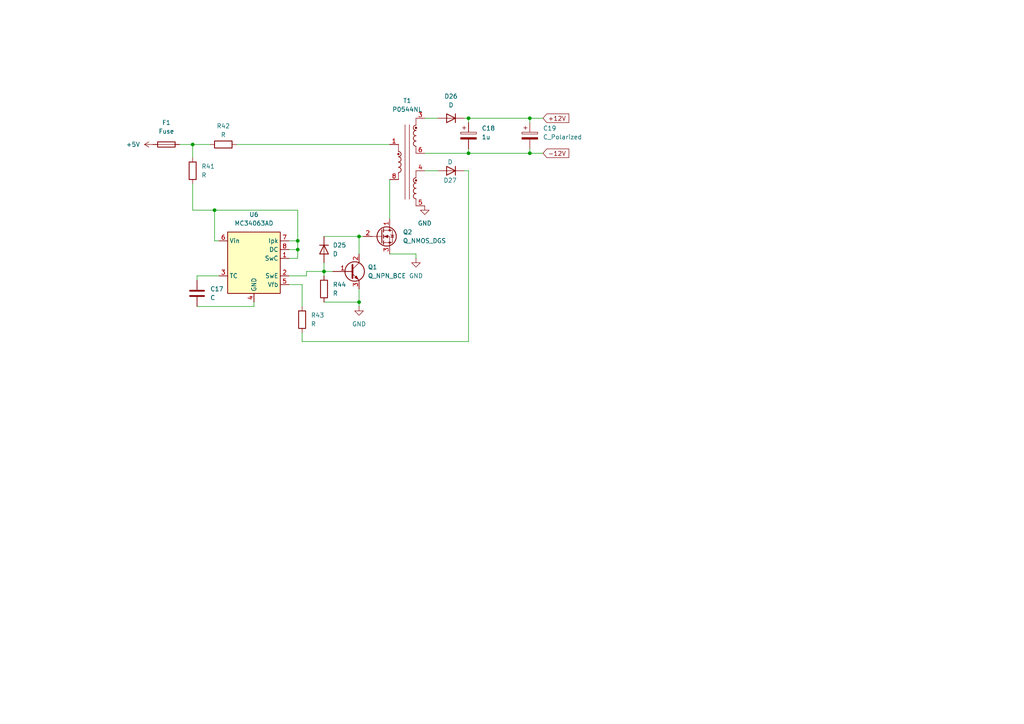
<source format=kicad_sch>
(kicad_sch
	(version 20231120)
	(generator "eeschema")
	(generator_version "8.0")
	(uuid "5610ccc9-36e4-48b1-82bb-6c9508cd41f3")
	(paper "A4")
	(lib_symbols
		(symbol "Device:C"
			(pin_numbers hide)
			(pin_names
				(offset 0.254)
			)
			(exclude_from_sim no)
			(in_bom yes)
			(on_board yes)
			(property "Reference" "C"
				(at 0.635 2.54 0)
				(effects
					(font
						(size 1.27 1.27)
					)
					(justify left)
				)
			)
			(property "Value" "C"
				(at 0.635 -2.54 0)
				(effects
					(font
						(size 1.27 1.27)
					)
					(justify left)
				)
			)
			(property "Footprint" ""
				(at 0.9652 -3.81 0)
				(effects
					(font
						(size 1.27 1.27)
					)
					(hide yes)
				)
			)
			(property "Datasheet" "~"
				(at 0 0 0)
				(effects
					(font
						(size 1.27 1.27)
					)
					(hide yes)
				)
			)
			(property "Description" "Unpolarized capacitor"
				(at 0 0 0)
				(effects
					(font
						(size 1.27 1.27)
					)
					(hide yes)
				)
			)
			(property "ki_keywords" "cap capacitor"
				(at 0 0 0)
				(effects
					(font
						(size 1.27 1.27)
					)
					(hide yes)
				)
			)
			(property "ki_fp_filters" "C_*"
				(at 0 0 0)
				(effects
					(font
						(size 1.27 1.27)
					)
					(hide yes)
				)
			)
			(symbol "C_0_1"
				(polyline
					(pts
						(xy -2.032 -0.762) (xy 2.032 -0.762)
					)
					(stroke
						(width 0.508)
						(type default)
					)
					(fill
						(type none)
					)
				)
				(polyline
					(pts
						(xy -2.032 0.762) (xy 2.032 0.762)
					)
					(stroke
						(width 0.508)
						(type default)
					)
					(fill
						(type none)
					)
				)
			)
			(symbol "C_1_1"
				(pin passive line
					(at 0 3.81 270)
					(length 2.794)
					(name "~"
						(effects
							(font
								(size 1.27 1.27)
							)
						)
					)
					(number "1"
						(effects
							(font
								(size 1.27 1.27)
							)
						)
					)
				)
				(pin passive line
					(at 0 -3.81 90)
					(length 2.794)
					(name "~"
						(effects
							(font
								(size 1.27 1.27)
							)
						)
					)
					(number "2"
						(effects
							(font
								(size 1.27 1.27)
							)
						)
					)
				)
			)
		)
		(symbol "Device:C_Polarized"
			(pin_numbers hide)
			(pin_names
				(offset 0.254)
			)
			(exclude_from_sim no)
			(in_bom yes)
			(on_board yes)
			(property "Reference" "C"
				(at 0.635 2.54 0)
				(effects
					(font
						(size 1.27 1.27)
					)
					(justify left)
				)
			)
			(property "Value" "C_Polarized"
				(at 0.635 -2.54 0)
				(effects
					(font
						(size 1.27 1.27)
					)
					(justify left)
				)
			)
			(property "Footprint" ""
				(at 0.9652 -3.81 0)
				(effects
					(font
						(size 1.27 1.27)
					)
					(hide yes)
				)
			)
			(property "Datasheet" "~"
				(at 0 0 0)
				(effects
					(font
						(size 1.27 1.27)
					)
					(hide yes)
				)
			)
			(property "Description" "Polarized capacitor"
				(at 0 0 0)
				(effects
					(font
						(size 1.27 1.27)
					)
					(hide yes)
				)
			)
			(property "ki_keywords" "cap capacitor"
				(at 0 0 0)
				(effects
					(font
						(size 1.27 1.27)
					)
					(hide yes)
				)
			)
			(property "ki_fp_filters" "CP_*"
				(at 0 0 0)
				(effects
					(font
						(size 1.27 1.27)
					)
					(hide yes)
				)
			)
			(symbol "C_Polarized_0_1"
				(rectangle
					(start -2.286 0.508)
					(end 2.286 1.016)
					(stroke
						(width 0)
						(type default)
					)
					(fill
						(type none)
					)
				)
				(polyline
					(pts
						(xy -1.778 2.286) (xy -0.762 2.286)
					)
					(stroke
						(width 0)
						(type default)
					)
					(fill
						(type none)
					)
				)
				(polyline
					(pts
						(xy -1.27 2.794) (xy -1.27 1.778)
					)
					(stroke
						(width 0)
						(type default)
					)
					(fill
						(type none)
					)
				)
				(rectangle
					(start 2.286 -0.508)
					(end -2.286 -1.016)
					(stroke
						(width 0)
						(type default)
					)
					(fill
						(type outline)
					)
				)
			)
			(symbol "C_Polarized_1_1"
				(pin passive line
					(at 0 3.81 270)
					(length 2.794)
					(name "~"
						(effects
							(font
								(size 1.27 1.27)
							)
						)
					)
					(number "1"
						(effects
							(font
								(size 1.27 1.27)
							)
						)
					)
				)
				(pin passive line
					(at 0 -3.81 90)
					(length 2.794)
					(name "~"
						(effects
							(font
								(size 1.27 1.27)
							)
						)
					)
					(number "2"
						(effects
							(font
								(size 1.27 1.27)
							)
						)
					)
				)
			)
		)
		(symbol "Device:D"
			(pin_numbers hide)
			(pin_names
				(offset 1.016) hide)
			(exclude_from_sim no)
			(in_bom yes)
			(on_board yes)
			(property "Reference" "D"
				(at 0 2.54 0)
				(effects
					(font
						(size 1.27 1.27)
					)
				)
			)
			(property "Value" "D"
				(at 0 -2.54 0)
				(effects
					(font
						(size 1.27 1.27)
					)
				)
			)
			(property "Footprint" ""
				(at 0 0 0)
				(effects
					(font
						(size 1.27 1.27)
					)
					(hide yes)
				)
			)
			(property "Datasheet" "~"
				(at 0 0 0)
				(effects
					(font
						(size 1.27 1.27)
					)
					(hide yes)
				)
			)
			(property "Description" "Diode"
				(at 0 0 0)
				(effects
					(font
						(size 1.27 1.27)
					)
					(hide yes)
				)
			)
			(property "Sim.Device" "D"
				(at 0 0 0)
				(effects
					(font
						(size 1.27 1.27)
					)
					(hide yes)
				)
			)
			(property "Sim.Pins" "1=K 2=A"
				(at 0 0 0)
				(effects
					(font
						(size 1.27 1.27)
					)
					(hide yes)
				)
			)
			(property "ki_keywords" "diode"
				(at 0 0 0)
				(effects
					(font
						(size 1.27 1.27)
					)
					(hide yes)
				)
			)
			(property "ki_fp_filters" "TO-???* *_Diode_* *SingleDiode* D_*"
				(at 0 0 0)
				(effects
					(font
						(size 1.27 1.27)
					)
					(hide yes)
				)
			)
			(symbol "D_0_1"
				(polyline
					(pts
						(xy -1.27 1.27) (xy -1.27 -1.27)
					)
					(stroke
						(width 0.254)
						(type default)
					)
					(fill
						(type none)
					)
				)
				(polyline
					(pts
						(xy 1.27 0) (xy -1.27 0)
					)
					(stroke
						(width 0)
						(type default)
					)
					(fill
						(type none)
					)
				)
				(polyline
					(pts
						(xy 1.27 1.27) (xy 1.27 -1.27) (xy -1.27 0) (xy 1.27 1.27)
					)
					(stroke
						(width 0.254)
						(type default)
					)
					(fill
						(type none)
					)
				)
			)
			(symbol "D_1_1"
				(pin passive line
					(at -3.81 0 0)
					(length 2.54)
					(name "K"
						(effects
							(font
								(size 1.27 1.27)
							)
						)
					)
					(number "1"
						(effects
							(font
								(size 1.27 1.27)
							)
						)
					)
				)
				(pin passive line
					(at 3.81 0 180)
					(length 2.54)
					(name "A"
						(effects
							(font
								(size 1.27 1.27)
							)
						)
					)
					(number "2"
						(effects
							(font
								(size 1.27 1.27)
							)
						)
					)
				)
			)
		)
		(symbol "Device:Fuse"
			(pin_numbers hide)
			(pin_names
				(offset 0)
			)
			(exclude_from_sim no)
			(in_bom yes)
			(on_board yes)
			(property "Reference" "F"
				(at 2.032 0 90)
				(effects
					(font
						(size 1.27 1.27)
					)
				)
			)
			(property "Value" "Fuse"
				(at -1.905 0 90)
				(effects
					(font
						(size 1.27 1.27)
					)
				)
			)
			(property "Footprint" ""
				(at -1.778 0 90)
				(effects
					(font
						(size 1.27 1.27)
					)
					(hide yes)
				)
			)
			(property "Datasheet" "~"
				(at 0 0 0)
				(effects
					(font
						(size 1.27 1.27)
					)
					(hide yes)
				)
			)
			(property "Description" "Fuse"
				(at 0 0 0)
				(effects
					(font
						(size 1.27 1.27)
					)
					(hide yes)
				)
			)
			(property "ki_keywords" "fuse"
				(at 0 0 0)
				(effects
					(font
						(size 1.27 1.27)
					)
					(hide yes)
				)
			)
			(property "ki_fp_filters" "*Fuse*"
				(at 0 0 0)
				(effects
					(font
						(size 1.27 1.27)
					)
					(hide yes)
				)
			)
			(symbol "Fuse_0_1"
				(rectangle
					(start -0.762 -2.54)
					(end 0.762 2.54)
					(stroke
						(width 0.254)
						(type default)
					)
					(fill
						(type none)
					)
				)
				(polyline
					(pts
						(xy 0 2.54) (xy 0 -2.54)
					)
					(stroke
						(width 0)
						(type default)
					)
					(fill
						(type none)
					)
				)
			)
			(symbol "Fuse_1_1"
				(pin passive line
					(at 0 3.81 270)
					(length 1.27)
					(name "~"
						(effects
							(font
								(size 1.27 1.27)
							)
						)
					)
					(number "1"
						(effects
							(font
								(size 1.27 1.27)
							)
						)
					)
				)
				(pin passive line
					(at 0 -3.81 90)
					(length 1.27)
					(name "~"
						(effects
							(font
								(size 1.27 1.27)
							)
						)
					)
					(number "2"
						(effects
							(font
								(size 1.27 1.27)
							)
						)
					)
				)
			)
		)
		(symbol "Device:Q_NMOS_DGS"
			(pin_names
				(offset 0) hide)
			(exclude_from_sim no)
			(in_bom yes)
			(on_board yes)
			(property "Reference" "Q"
				(at 5.08 1.27 0)
				(effects
					(font
						(size 1.27 1.27)
					)
					(justify left)
				)
			)
			(property "Value" "Q_NMOS_DGS"
				(at 5.08 -1.27 0)
				(effects
					(font
						(size 1.27 1.27)
					)
					(justify left)
				)
			)
			(property "Footprint" ""
				(at 5.08 2.54 0)
				(effects
					(font
						(size 1.27 1.27)
					)
					(hide yes)
				)
			)
			(property "Datasheet" "~"
				(at 0 0 0)
				(effects
					(font
						(size 1.27 1.27)
					)
					(hide yes)
				)
			)
			(property "Description" "N-MOSFET transistor, drain/gate/source"
				(at 0 0 0)
				(effects
					(font
						(size 1.27 1.27)
					)
					(hide yes)
				)
			)
			(property "ki_keywords" "transistor NMOS N-MOS N-MOSFET"
				(at 0 0 0)
				(effects
					(font
						(size 1.27 1.27)
					)
					(hide yes)
				)
			)
			(symbol "Q_NMOS_DGS_0_1"
				(polyline
					(pts
						(xy 0.254 0) (xy -2.54 0)
					)
					(stroke
						(width 0)
						(type default)
					)
					(fill
						(type none)
					)
				)
				(polyline
					(pts
						(xy 0.254 1.905) (xy 0.254 -1.905)
					)
					(stroke
						(width 0.254)
						(type default)
					)
					(fill
						(type none)
					)
				)
				(polyline
					(pts
						(xy 0.762 -1.27) (xy 0.762 -2.286)
					)
					(stroke
						(width 0.254)
						(type default)
					)
					(fill
						(type none)
					)
				)
				(polyline
					(pts
						(xy 0.762 0.508) (xy 0.762 -0.508)
					)
					(stroke
						(width 0.254)
						(type default)
					)
					(fill
						(type none)
					)
				)
				(polyline
					(pts
						(xy 0.762 2.286) (xy 0.762 1.27)
					)
					(stroke
						(width 0.254)
						(type default)
					)
					(fill
						(type none)
					)
				)
				(polyline
					(pts
						(xy 2.54 2.54) (xy 2.54 1.778)
					)
					(stroke
						(width 0)
						(type default)
					)
					(fill
						(type none)
					)
				)
				(polyline
					(pts
						(xy 2.54 -2.54) (xy 2.54 0) (xy 0.762 0)
					)
					(stroke
						(width 0)
						(type default)
					)
					(fill
						(type none)
					)
				)
				(polyline
					(pts
						(xy 0.762 -1.778) (xy 3.302 -1.778) (xy 3.302 1.778) (xy 0.762 1.778)
					)
					(stroke
						(width 0)
						(type default)
					)
					(fill
						(type none)
					)
				)
				(polyline
					(pts
						(xy 1.016 0) (xy 2.032 0.381) (xy 2.032 -0.381) (xy 1.016 0)
					)
					(stroke
						(width 0)
						(type default)
					)
					(fill
						(type outline)
					)
				)
				(polyline
					(pts
						(xy 2.794 0.508) (xy 2.921 0.381) (xy 3.683 0.381) (xy 3.81 0.254)
					)
					(stroke
						(width 0)
						(type default)
					)
					(fill
						(type none)
					)
				)
				(polyline
					(pts
						(xy 3.302 0.381) (xy 2.921 -0.254) (xy 3.683 -0.254) (xy 3.302 0.381)
					)
					(stroke
						(width 0)
						(type default)
					)
					(fill
						(type none)
					)
				)
				(circle
					(center 1.651 0)
					(radius 2.794)
					(stroke
						(width 0.254)
						(type default)
					)
					(fill
						(type none)
					)
				)
				(circle
					(center 2.54 -1.778)
					(radius 0.254)
					(stroke
						(width 0)
						(type default)
					)
					(fill
						(type outline)
					)
				)
				(circle
					(center 2.54 1.778)
					(radius 0.254)
					(stroke
						(width 0)
						(type default)
					)
					(fill
						(type outline)
					)
				)
			)
			(symbol "Q_NMOS_DGS_1_1"
				(pin passive line
					(at 2.54 5.08 270)
					(length 2.54)
					(name "D"
						(effects
							(font
								(size 1.27 1.27)
							)
						)
					)
					(number "1"
						(effects
							(font
								(size 1.27 1.27)
							)
						)
					)
				)
				(pin input line
					(at -5.08 0 0)
					(length 2.54)
					(name "G"
						(effects
							(font
								(size 1.27 1.27)
							)
						)
					)
					(number "2"
						(effects
							(font
								(size 1.27 1.27)
							)
						)
					)
				)
				(pin passive line
					(at 2.54 -5.08 90)
					(length 2.54)
					(name "S"
						(effects
							(font
								(size 1.27 1.27)
							)
						)
					)
					(number "3"
						(effects
							(font
								(size 1.27 1.27)
							)
						)
					)
				)
			)
		)
		(symbol "Device:Q_NPN_BCE"
			(pin_names
				(offset 0) hide)
			(exclude_from_sim no)
			(in_bom yes)
			(on_board yes)
			(property "Reference" "Q"
				(at 5.08 1.27 0)
				(effects
					(font
						(size 1.27 1.27)
					)
					(justify left)
				)
			)
			(property "Value" "Q_NPN_BCE"
				(at 5.08 -1.27 0)
				(effects
					(font
						(size 1.27 1.27)
					)
					(justify left)
				)
			)
			(property "Footprint" ""
				(at 5.08 2.54 0)
				(effects
					(font
						(size 1.27 1.27)
					)
					(hide yes)
				)
			)
			(property "Datasheet" "~"
				(at 0 0 0)
				(effects
					(font
						(size 1.27 1.27)
					)
					(hide yes)
				)
			)
			(property "Description" "NPN transistor, base/collector/emitter"
				(at 0 0 0)
				(effects
					(font
						(size 1.27 1.27)
					)
					(hide yes)
				)
			)
			(property "ki_keywords" "transistor NPN"
				(at 0 0 0)
				(effects
					(font
						(size 1.27 1.27)
					)
					(hide yes)
				)
			)
			(symbol "Q_NPN_BCE_0_1"
				(polyline
					(pts
						(xy 0.635 0.635) (xy 2.54 2.54)
					)
					(stroke
						(width 0)
						(type default)
					)
					(fill
						(type none)
					)
				)
				(polyline
					(pts
						(xy 0.635 -0.635) (xy 2.54 -2.54) (xy 2.54 -2.54)
					)
					(stroke
						(width 0)
						(type default)
					)
					(fill
						(type none)
					)
				)
				(polyline
					(pts
						(xy 0.635 1.905) (xy 0.635 -1.905) (xy 0.635 -1.905)
					)
					(stroke
						(width 0.508)
						(type default)
					)
					(fill
						(type none)
					)
				)
				(polyline
					(pts
						(xy 1.27 -1.778) (xy 1.778 -1.27) (xy 2.286 -2.286) (xy 1.27 -1.778) (xy 1.27 -1.778)
					)
					(stroke
						(width 0)
						(type default)
					)
					(fill
						(type outline)
					)
				)
				(circle
					(center 1.27 0)
					(radius 2.8194)
					(stroke
						(width 0.254)
						(type default)
					)
					(fill
						(type none)
					)
				)
			)
			(symbol "Q_NPN_BCE_1_1"
				(pin input line
					(at -5.08 0 0)
					(length 5.715)
					(name "B"
						(effects
							(font
								(size 1.27 1.27)
							)
						)
					)
					(number "1"
						(effects
							(font
								(size 1.27 1.27)
							)
						)
					)
				)
				(pin passive line
					(at 2.54 5.08 270)
					(length 2.54)
					(name "C"
						(effects
							(font
								(size 1.27 1.27)
							)
						)
					)
					(number "2"
						(effects
							(font
								(size 1.27 1.27)
							)
						)
					)
				)
				(pin passive line
					(at 2.54 -5.08 90)
					(length 2.54)
					(name "E"
						(effects
							(font
								(size 1.27 1.27)
							)
						)
					)
					(number "3"
						(effects
							(font
								(size 1.27 1.27)
							)
						)
					)
				)
			)
		)
		(symbol "Device:R"
			(pin_numbers hide)
			(pin_names
				(offset 0)
			)
			(exclude_from_sim no)
			(in_bom yes)
			(on_board yes)
			(property "Reference" "R"
				(at 2.032 0 90)
				(effects
					(font
						(size 1.27 1.27)
					)
				)
			)
			(property "Value" "R"
				(at 0 0 90)
				(effects
					(font
						(size 1.27 1.27)
					)
				)
			)
			(property "Footprint" ""
				(at -1.778 0 90)
				(effects
					(font
						(size 1.27 1.27)
					)
					(hide yes)
				)
			)
			(property "Datasheet" "~"
				(at 0 0 0)
				(effects
					(font
						(size 1.27 1.27)
					)
					(hide yes)
				)
			)
			(property "Description" "Resistor"
				(at 0 0 0)
				(effects
					(font
						(size 1.27 1.27)
					)
					(hide yes)
				)
			)
			(property "ki_keywords" "R res resistor"
				(at 0 0 0)
				(effects
					(font
						(size 1.27 1.27)
					)
					(hide yes)
				)
			)
			(property "ki_fp_filters" "R_*"
				(at 0 0 0)
				(effects
					(font
						(size 1.27 1.27)
					)
					(hide yes)
				)
			)
			(symbol "R_0_1"
				(rectangle
					(start -1.016 -2.54)
					(end 1.016 2.54)
					(stroke
						(width 0.254)
						(type default)
					)
					(fill
						(type none)
					)
				)
			)
			(symbol "R_1_1"
				(pin passive line
					(at 0 3.81 270)
					(length 1.27)
					(name "~"
						(effects
							(font
								(size 1.27 1.27)
							)
						)
					)
					(number "1"
						(effects
							(font
								(size 1.27 1.27)
							)
						)
					)
				)
				(pin passive line
					(at 0 -3.81 90)
					(length 1.27)
					(name "~"
						(effects
							(font
								(size 1.27 1.27)
							)
						)
					)
					(number "2"
						(effects
							(font
								(size 1.27 1.27)
							)
						)
					)
				)
			)
		)
		(symbol "Regulator_Switching:MC34063AD"
			(exclude_from_sim no)
			(in_bom yes)
			(on_board yes)
			(property "Reference" "U"
				(at -7.62 8.89 0)
				(effects
					(font
						(size 1.27 1.27)
					)
					(justify left)
				)
			)
			(property "Value" "MC34063AD"
				(at 0 8.89 0)
				(effects
					(font
						(size 1.27 1.27)
					)
					(justify left)
				)
			)
			(property "Footprint" "Package_SO:SOIC-8_3.9x4.9mm_P1.27mm"
				(at 1.27 -11.43 0)
				(effects
					(font
						(size 1.27 1.27)
					)
					(justify left)
					(hide yes)
				)
			)
			(property "Datasheet" "http://www.onsemi.com/pub_link/Collateral/MC34063A-D.PDF"
				(at 12.7 -2.54 0)
				(effects
					(font
						(size 1.27 1.27)
					)
					(hide yes)
				)
			)
			(property "Description" "1.5A, step-up/down/inverting switching regulator, 3-40V Vin, 100kHz, SO-8"
				(at 0 0 0)
				(effects
					(font
						(size 1.27 1.27)
					)
					(hide yes)
				)
			)
			(property "ki_keywords" "smps buck boost inverting"
				(at 0 0 0)
				(effects
					(font
						(size 1.27 1.27)
					)
					(hide yes)
				)
			)
			(property "ki_fp_filters" "SOIC*3.9x4.9mm*P1.27mm*"
				(at 0 0 0)
				(effects
					(font
						(size 1.27 1.27)
					)
					(hide yes)
				)
			)
			(symbol "MC34063AD_0_1"
				(rectangle
					(start -7.62 7.62)
					(end 7.62 -10.16)
					(stroke
						(width 0.254)
						(type default)
					)
					(fill
						(type background)
					)
				)
			)
			(symbol "MC34063AD_1_1"
				(pin open_collector line
					(at 10.16 0 180)
					(length 2.54)
					(name "SwC"
						(effects
							(font
								(size 1.27 1.27)
							)
						)
					)
					(number "1"
						(effects
							(font
								(size 1.27 1.27)
							)
						)
					)
				)
				(pin open_emitter line
					(at 10.16 -5.08 180)
					(length 2.54)
					(name "SwE"
						(effects
							(font
								(size 1.27 1.27)
							)
						)
					)
					(number "2"
						(effects
							(font
								(size 1.27 1.27)
							)
						)
					)
				)
				(pin passive line
					(at -10.16 -5.08 0)
					(length 2.54)
					(name "TC"
						(effects
							(font
								(size 1.27 1.27)
							)
						)
					)
					(number "3"
						(effects
							(font
								(size 1.27 1.27)
							)
						)
					)
				)
				(pin power_in line
					(at 0 -12.7 90)
					(length 2.54)
					(name "GND"
						(effects
							(font
								(size 1.27 1.27)
							)
						)
					)
					(number "4"
						(effects
							(font
								(size 1.27 1.27)
							)
						)
					)
				)
				(pin input line
					(at 10.16 -7.62 180)
					(length 2.54)
					(name "Vfb"
						(effects
							(font
								(size 1.27 1.27)
							)
						)
					)
					(number "5"
						(effects
							(font
								(size 1.27 1.27)
							)
						)
					)
				)
				(pin power_in line
					(at -10.16 5.08 0)
					(length 2.54)
					(name "Vin"
						(effects
							(font
								(size 1.27 1.27)
							)
						)
					)
					(number "6"
						(effects
							(font
								(size 1.27 1.27)
							)
						)
					)
				)
				(pin input line
					(at 10.16 5.08 180)
					(length 2.54)
					(name "Ipk"
						(effects
							(font
								(size 1.27 1.27)
							)
						)
					)
					(number "7"
						(effects
							(font
								(size 1.27 1.27)
							)
						)
					)
				)
				(pin open_collector line
					(at 10.16 2.54 180)
					(length 2.54)
					(name "DC"
						(effects
							(font
								(size 1.27 1.27)
							)
						)
					)
					(number "8"
						(effects
							(font
								(size 1.27 1.27)
							)
						)
					)
				)
			)
		)
		(symbol "Transformer:P0544NL"
			(pin_names hide)
			(exclude_from_sim no)
			(in_bom yes)
			(on_board yes)
			(property "Reference" "T"
				(at 0 13.97 0)
				(effects
					(font
						(size 1.27 1.27)
					)
				)
			)
			(property "Value" "P0544NL"
				(at 0 -13.97 0)
				(effects
					(font
						(size 1.27 1.27)
					)
				)
			)
			(property "Footprint" "Transformer_SMD:Pulse_PA2002NL-PA2008NL-PA2009NL"
				(at 0 0 0)
				(effects
					(font
						(size 1.27 1.27)
					)
					(hide yes)
				)
			)
			(property "Datasheet" "https://productfinder.pulseeng.com/products/datasheets/SPM2007_61.pdf"
				(at -7.62 0 0)
				(effects
					(font
						(size 1.27 1.27)
					)
					(hide yes)
				)
			)
			(property "Description" "SMT Gate Drive Transformer, 1:1:1"
				(at 0 0 0)
				(effects
					(font
						(size 1.27 1.27)
					)
					(hide yes)
				)
			)
			(property "ki_keywords" "pulse"
				(at 0 0 0)
				(effects
					(font
						(size 1.27 1.27)
					)
					(hide yes)
				)
			)
			(property "ki_fp_filters" "Pulse*PA2002NL*PA2008NL*PA2009NL*"
				(at 0 0 0)
				(effects
					(font
						(size 1.27 1.27)
					)
					(hide yes)
				)
			)
			(symbol "P0544NL_0_1"
				(arc
					(start -2.54 -3.048)
					(mid -1.7813 -2.286)
					(end -2.54 -1.524)
					(stroke
						(width 0.2032)
						(type default)
					)
					(fill
						(type none)
					)
				)
				(arc
					(start -2.54 -1.524)
					(mid -1.7813 -0.762)
					(end -2.54 0)
					(stroke
						(width 0.2032)
						(type default)
					)
					(fill
						(type none)
					)
				)
				(arc
					(start -2.54 0)
					(mid -1.7813 0.762)
					(end -2.54 1.524)
					(stroke
						(width 0.2032)
						(type default)
					)
					(fill
						(type none)
					)
				)
				(circle
					(center -2.54 2.286)
					(radius 0.254)
					(stroke
						(width 0)
						(type default)
					)
					(fill
						(type outline)
					)
				)
				(polyline
					(pts
						(xy -2.54 -3.048) (xy -2.54 -5.08)
					)
					(stroke
						(width 0)
						(type default)
					)
					(fill
						(type none)
					)
				)
				(polyline
					(pts
						(xy -2.54 5.08) (xy -2.54 3.048)
					)
					(stroke
						(width 0)
						(type default)
					)
					(fill
						(type none)
					)
				)
				(polyline
					(pts
						(xy -0.635 10.795) (xy -0.635 -10.795)
					)
					(stroke
						(width 0)
						(type default)
					)
					(fill
						(type none)
					)
				)
				(polyline
					(pts
						(xy 0.635 10.795) (xy 0.635 -10.795)
					)
					(stroke
						(width 0)
						(type default)
					)
					(fill
						(type none)
					)
				)
				(polyline
					(pts
						(xy 2.54 -10.668) (xy 2.54 -12.7)
					)
					(stroke
						(width 0)
						(type default)
					)
					(fill
						(type none)
					)
				)
				(polyline
					(pts
						(xy 2.54 -2.54) (xy 2.54 -4.572)
					)
					(stroke
						(width 0)
						(type default)
					)
					(fill
						(type none)
					)
				)
				(polyline
					(pts
						(xy 2.54 4.572) (xy 2.54 2.54)
					)
					(stroke
						(width 0)
						(type default)
					)
					(fill
						(type none)
					)
				)
				(polyline
					(pts
						(xy 2.54 12.7) (xy 2.54 10.668)
					)
					(stroke
						(width 0)
						(type default)
					)
					(fill
						(type none)
					)
				)
				(arc
					(start 2.54 -9.144)
					(mid 1.7813 -9.906)
					(end 2.54 -10.668)
					(stroke
						(width 0.2032)
						(type default)
					)
					(fill
						(type none)
					)
				)
				(arc
					(start 2.54 -7.62)
					(mid 1.7813 -8.382)
					(end 2.54 -9.144)
					(stroke
						(width 0.2032)
						(type default)
					)
					(fill
						(type none)
					)
				)
				(arc
					(start 2.54 -6.096)
					(mid 1.7813 -6.858)
					(end 2.54 -7.62)
					(stroke
						(width 0.2032)
						(type default)
					)
					(fill
						(type none)
					)
				)
				(circle
					(center 2.54 -5.334)
					(radius 0.254)
					(stroke
						(width 0)
						(type default)
					)
					(fill
						(type outline)
					)
				)
				(arc
					(start 2.54 -4.572)
					(mid 1.7813 -5.334)
					(end 2.54 -6.096)
					(stroke
						(width 0.2032)
						(type default)
					)
					(fill
						(type none)
					)
				)
				(arc
					(start 2.54 6.096)
					(mid 1.7813 5.334)
					(end 2.54 4.572)
					(stroke
						(width 0.2032)
						(type default)
					)
					(fill
						(type none)
					)
				)
				(arc
					(start 2.54 7.62)
					(mid 1.7813 6.858)
					(end 2.54 6.096)
					(stroke
						(width 0.2032)
						(type default)
					)
					(fill
						(type none)
					)
				)
				(arc
					(start 2.54 9.144)
					(mid 1.7813 8.382)
					(end 2.54 7.62)
					(stroke
						(width 0.2032)
						(type default)
					)
					(fill
						(type none)
					)
				)
				(circle
					(center 2.54 9.906)
					(radius 0.254)
					(stroke
						(width 0)
						(type default)
					)
					(fill
						(type outline)
					)
				)
				(arc
					(start 2.54 10.668)
					(mid 1.7813 9.906)
					(end 2.54 9.144)
					(stroke
						(width 0.2032)
						(type default)
					)
					(fill
						(type none)
					)
				)
			)
			(symbol "P0544NL_1_1"
				(arc
					(start -2.54 1.524)
					(mid -1.7813 2.286)
					(end -2.54 3.048)
					(stroke
						(width 0.2032)
						(type default)
					)
					(fill
						(type none)
					)
				)
				(pin passive line
					(at -5.08 5.08 0)
					(length 2.54)
					(name "~"
						(effects
							(font
								(size 1.27 1.27)
							)
						)
					)
					(number "1"
						(effects
							(font
								(size 1.27 1.27)
							)
						)
					)
				)
				(pin passive line
					(at 5.08 12.7 180)
					(length 2.54)
					(name "~"
						(effects
							(font
								(size 1.27 1.27)
							)
						)
					)
					(number "3"
						(effects
							(font
								(size 1.27 1.27)
							)
						)
					)
				)
				(pin passive line
					(at 5.08 -2.54 180)
					(length 2.54)
					(name "~"
						(effects
							(font
								(size 1.27 1.27)
							)
						)
					)
					(number "4"
						(effects
							(font
								(size 1.27 1.27)
							)
						)
					)
				)
				(pin passive line
					(at 5.08 -12.7 180)
					(length 2.54)
					(name "~"
						(effects
							(font
								(size 1.27 1.27)
							)
						)
					)
					(number "5"
						(effects
							(font
								(size 1.27 1.27)
							)
						)
					)
				)
				(pin passive line
					(at 5.08 2.54 180)
					(length 2.54)
					(name "~"
						(effects
							(font
								(size 1.27 1.27)
							)
						)
					)
					(number "6"
						(effects
							(font
								(size 1.27 1.27)
							)
						)
					)
				)
				(pin passive line
					(at -5.08 -5.08 0)
					(length 2.54)
					(name "~"
						(effects
							(font
								(size 1.27 1.27)
							)
						)
					)
					(number "8"
						(effects
							(font
								(size 1.27 1.27)
							)
						)
					)
				)
			)
		)
		(symbol "power:+5V"
			(power)
			(pin_numbers hide)
			(pin_names
				(offset 0) hide)
			(exclude_from_sim no)
			(in_bom yes)
			(on_board yes)
			(property "Reference" "#PWR"
				(at 0 -3.81 0)
				(effects
					(font
						(size 1.27 1.27)
					)
					(hide yes)
				)
			)
			(property "Value" "+5V"
				(at 0 3.556 0)
				(effects
					(font
						(size 1.27 1.27)
					)
				)
			)
			(property "Footprint" ""
				(at 0 0 0)
				(effects
					(font
						(size 1.27 1.27)
					)
					(hide yes)
				)
			)
			(property "Datasheet" ""
				(at 0 0 0)
				(effects
					(font
						(size 1.27 1.27)
					)
					(hide yes)
				)
			)
			(property "Description" "Power symbol creates a global label with name \"+5V\""
				(at 0 0 0)
				(effects
					(font
						(size 1.27 1.27)
					)
					(hide yes)
				)
			)
			(property "ki_keywords" "global power"
				(at 0 0 0)
				(effects
					(font
						(size 1.27 1.27)
					)
					(hide yes)
				)
			)
			(symbol "+5V_0_1"
				(polyline
					(pts
						(xy -0.762 1.27) (xy 0 2.54)
					)
					(stroke
						(width 0)
						(type default)
					)
					(fill
						(type none)
					)
				)
				(polyline
					(pts
						(xy 0 0) (xy 0 2.54)
					)
					(stroke
						(width 0)
						(type default)
					)
					(fill
						(type none)
					)
				)
				(polyline
					(pts
						(xy 0 2.54) (xy 0.762 1.27)
					)
					(stroke
						(width 0)
						(type default)
					)
					(fill
						(type none)
					)
				)
			)
			(symbol "+5V_1_1"
				(pin power_in line
					(at 0 0 90)
					(length 0)
					(name "~"
						(effects
							(font
								(size 1.27 1.27)
							)
						)
					)
					(number "1"
						(effects
							(font
								(size 1.27 1.27)
							)
						)
					)
				)
			)
		)
		(symbol "power:GND"
			(power)
			(pin_numbers hide)
			(pin_names
				(offset 0) hide)
			(exclude_from_sim no)
			(in_bom yes)
			(on_board yes)
			(property "Reference" "#PWR"
				(at 0 -6.35 0)
				(effects
					(font
						(size 1.27 1.27)
					)
					(hide yes)
				)
			)
			(property "Value" "GND"
				(at 0 -3.81 0)
				(effects
					(font
						(size 1.27 1.27)
					)
				)
			)
			(property "Footprint" ""
				(at 0 0 0)
				(effects
					(font
						(size 1.27 1.27)
					)
					(hide yes)
				)
			)
			(property "Datasheet" ""
				(at 0 0 0)
				(effects
					(font
						(size 1.27 1.27)
					)
					(hide yes)
				)
			)
			(property "Description" "Power symbol creates a global label with name \"GND\" , ground"
				(at 0 0 0)
				(effects
					(font
						(size 1.27 1.27)
					)
					(hide yes)
				)
			)
			(property "ki_keywords" "global power"
				(at 0 0 0)
				(effects
					(font
						(size 1.27 1.27)
					)
					(hide yes)
				)
			)
			(symbol "GND_0_1"
				(polyline
					(pts
						(xy 0 0) (xy 0 -1.27) (xy 1.27 -1.27) (xy 0 -2.54) (xy -1.27 -1.27) (xy 0 -1.27)
					)
					(stroke
						(width 0)
						(type default)
					)
					(fill
						(type none)
					)
				)
			)
			(symbol "GND_1_1"
				(pin power_in line
					(at 0 0 270)
					(length 0)
					(name "~"
						(effects
							(font
								(size 1.27 1.27)
							)
						)
					)
					(number "1"
						(effects
							(font
								(size 1.27 1.27)
							)
						)
					)
				)
			)
		)
	)
	(junction
		(at 135.89 34.29)
		(diameter 0)
		(color 0 0 0 0)
		(uuid "105ab615-cb65-4b45-aef8-34ce219ef2ef")
	)
	(junction
		(at 55.88 41.91)
		(diameter 0)
		(color 0 0 0 0)
		(uuid "146312fb-f166-41a7-a2f5-db611ba25cad")
	)
	(junction
		(at 104.14 68.58)
		(diameter 0)
		(color 0 0 0 0)
		(uuid "176f6ada-e826-4520-9594-d146616cbc52")
	)
	(junction
		(at 62.23 60.96)
		(diameter 0)
		(color 0 0 0 0)
		(uuid "38e1ad7e-6bcf-4940-80e0-53914c8f4c53")
	)
	(junction
		(at 86.36 69.85)
		(diameter 0)
		(color 0 0 0 0)
		(uuid "7f4dad32-a12c-4dce-bb14-f6f93d573706")
	)
	(junction
		(at 153.67 44.45)
		(diameter 0)
		(color 0 0 0 0)
		(uuid "81394f17-4922-4f79-a021-96ff3d073b04")
	)
	(junction
		(at 93.98 78.74)
		(diameter 0)
		(color 0 0 0 0)
		(uuid "8b48690f-1280-467b-b8dc-ef27c91b7732")
	)
	(junction
		(at 104.14 87.63)
		(diameter 0)
		(color 0 0 0 0)
		(uuid "92d9cc21-64b4-4b3a-8026-100b64f1e488")
	)
	(junction
		(at 153.67 34.29)
		(diameter 0)
		(color 0 0 0 0)
		(uuid "9ec7594f-6bef-43d6-b785-1aaa9102fd9c")
	)
	(junction
		(at 135.89 44.45)
		(diameter 0)
		(color 0 0 0 0)
		(uuid "b88932f6-a8e5-4467-be1b-c2ccbb6c7660")
	)
	(junction
		(at 86.36 72.39)
		(diameter 0)
		(color 0 0 0 0)
		(uuid "e2767a0f-65cd-4b3a-a89d-126e645b58a0")
	)
	(wire
		(pts
			(xy 88.9 80.01) (xy 88.9 78.74)
		)
		(stroke
			(width 0)
			(type default)
		)
		(uuid "06e44efc-8ec9-4b17-9aeb-16cd904f9789")
	)
	(wire
		(pts
			(xy 113.03 52.07) (xy 113.03 63.5)
		)
		(stroke
			(width 0)
			(type default)
		)
		(uuid "07b4888c-1040-4a04-b49a-8081275b3a55")
	)
	(wire
		(pts
			(xy 86.36 69.85) (xy 83.82 69.85)
		)
		(stroke
			(width 0)
			(type default)
		)
		(uuid "07c6ee86-763d-40b8-a3c1-632942eae0d2")
	)
	(wire
		(pts
			(xy 68.58 41.91) (xy 113.03 41.91)
		)
		(stroke
			(width 0)
			(type default)
		)
		(uuid "0c5f871a-bd40-43a2-8967-fde71b932017")
	)
	(wire
		(pts
			(xy 83.82 74.93) (xy 86.36 74.93)
		)
		(stroke
			(width 0)
			(type default)
		)
		(uuid "18ba4c3d-d59e-4953-8e15-cd977f51d894")
	)
	(wire
		(pts
			(xy 123.19 49.53) (xy 127 49.53)
		)
		(stroke
			(width 0)
			(type default)
		)
		(uuid "1e910c17-7c25-45af-8eba-3a42e87290a4")
	)
	(wire
		(pts
			(xy 135.89 34.29) (xy 135.89 35.56)
		)
		(stroke
			(width 0)
			(type default)
		)
		(uuid "27a14029-82b2-4932-8b7f-bdd587055695")
	)
	(wire
		(pts
			(xy 135.89 43.18) (xy 135.89 44.45)
		)
		(stroke
			(width 0)
			(type default)
		)
		(uuid "27dd988d-f970-4830-a6aa-283628892f1c")
	)
	(wire
		(pts
			(xy 135.89 34.29) (xy 153.67 34.29)
		)
		(stroke
			(width 0)
			(type default)
		)
		(uuid "2e7f88d3-01d6-4cb8-8dd3-b8cf1fc76acd")
	)
	(wire
		(pts
			(xy 135.89 44.45) (xy 153.67 44.45)
		)
		(stroke
			(width 0)
			(type default)
		)
		(uuid "36b58296-7532-482e-bd34-b2aa13d1fb71")
	)
	(wire
		(pts
			(xy 104.14 83.82) (xy 104.14 87.63)
		)
		(stroke
			(width 0)
			(type default)
		)
		(uuid "3aa2da6e-1e2c-44db-8508-a01610823576")
	)
	(wire
		(pts
			(xy 62.23 60.96) (xy 86.36 60.96)
		)
		(stroke
			(width 0)
			(type default)
		)
		(uuid "3ec0cd16-0a56-4e0b-a582-e6ec051ff4f7")
	)
	(wire
		(pts
			(xy 57.15 88.9) (xy 73.66 88.9)
		)
		(stroke
			(width 0)
			(type default)
		)
		(uuid "40d9339d-2a53-4966-a61c-bff8860ca5fb")
	)
	(wire
		(pts
			(xy 83.82 82.55) (xy 87.63 82.55)
		)
		(stroke
			(width 0)
			(type default)
		)
		(uuid "43a5bb19-a7f0-4369-a4c2-f1e0252886bd")
	)
	(wire
		(pts
			(xy 93.98 78.74) (xy 93.98 76.2)
		)
		(stroke
			(width 0)
			(type default)
		)
		(uuid "46cd08e2-5fb3-4bc5-aa73-4f42483c19a4")
	)
	(wire
		(pts
			(xy 120.65 73.66) (xy 113.03 73.66)
		)
		(stroke
			(width 0)
			(type default)
		)
		(uuid "4918b5ea-afdb-4367-bdef-7c6ed33bfbe1")
	)
	(wire
		(pts
			(xy 135.89 49.53) (xy 135.89 99.06)
		)
		(stroke
			(width 0)
			(type default)
		)
		(uuid "4da9b8d1-5d07-4af7-a60e-a8580c8138f2")
	)
	(wire
		(pts
			(xy 135.89 99.06) (xy 87.63 99.06)
		)
		(stroke
			(width 0)
			(type default)
		)
		(uuid "4f1a1373-c6ca-4564-bd3b-03772be5c523")
	)
	(wire
		(pts
			(xy 86.36 74.93) (xy 86.36 72.39)
		)
		(stroke
			(width 0)
			(type default)
		)
		(uuid "5b92f484-737f-4f12-92ac-d7f9958a7042")
	)
	(wire
		(pts
			(xy 63.5 80.01) (xy 57.15 80.01)
		)
		(stroke
			(width 0)
			(type default)
		)
		(uuid "5c34ee98-b927-4e32-9754-aa25d570e9d5")
	)
	(wire
		(pts
			(xy 153.67 44.45) (xy 157.48 44.45)
		)
		(stroke
			(width 0)
			(type default)
		)
		(uuid "5ced6b8e-c190-46e5-82f5-3832eaa912c2")
	)
	(wire
		(pts
			(xy 120.65 74.93) (xy 120.65 73.66)
		)
		(stroke
			(width 0)
			(type default)
		)
		(uuid "64d943eb-23d6-4e94-aa09-6e2682ab42a1")
	)
	(wire
		(pts
			(xy 62.23 60.96) (xy 62.23 69.85)
		)
		(stroke
			(width 0)
			(type default)
		)
		(uuid "67c74f4e-a673-45db-99bb-ea329307b31f")
	)
	(wire
		(pts
			(xy 62.23 69.85) (xy 63.5 69.85)
		)
		(stroke
			(width 0)
			(type default)
		)
		(uuid "6e11fa30-ad91-4159-8635-2bde9688497b")
	)
	(wire
		(pts
			(xy 105.41 68.58) (xy 104.14 68.58)
		)
		(stroke
			(width 0)
			(type default)
		)
		(uuid "7317af39-f703-45b9-a0e7-e58b0ca94eb4")
	)
	(wire
		(pts
			(xy 88.9 78.74) (xy 93.98 78.74)
		)
		(stroke
			(width 0)
			(type default)
		)
		(uuid "75cd8ec9-ed28-4637-a34d-31f5ea114b14")
	)
	(wire
		(pts
			(xy 87.63 82.55) (xy 87.63 88.9)
		)
		(stroke
			(width 0)
			(type default)
		)
		(uuid "7d275f62-3a97-48b2-b7c1-17d5ce139282")
	)
	(wire
		(pts
			(xy 153.67 34.29) (xy 153.67 35.56)
		)
		(stroke
			(width 0)
			(type default)
		)
		(uuid "8195873c-47d3-48d0-849a-9b5c29ad2259")
	)
	(wire
		(pts
			(xy 86.36 72.39) (xy 83.82 72.39)
		)
		(stroke
			(width 0)
			(type default)
		)
		(uuid "83f74c5b-7419-44b1-89ae-f67f8dc46893")
	)
	(wire
		(pts
			(xy 104.14 73.66) (xy 104.14 68.58)
		)
		(stroke
			(width 0)
			(type default)
		)
		(uuid "87f08d81-194b-45fa-b23f-327829cf5b53")
	)
	(wire
		(pts
			(xy 104.14 87.63) (xy 104.14 88.9)
		)
		(stroke
			(width 0)
			(type default)
		)
		(uuid "883e53a0-c462-4504-9f90-4bfdb868301c")
	)
	(wire
		(pts
			(xy 55.88 41.91) (xy 52.07 41.91)
		)
		(stroke
			(width 0)
			(type default)
		)
		(uuid "8e670479-e16a-4b07-b1ab-0ca3358d9e61")
	)
	(wire
		(pts
			(xy 55.88 45.72) (xy 55.88 41.91)
		)
		(stroke
			(width 0)
			(type default)
		)
		(uuid "973f3f1c-ccb7-40e0-b0ae-639d55d3be14")
	)
	(wire
		(pts
			(xy 86.36 72.39) (xy 86.36 69.85)
		)
		(stroke
			(width 0)
			(type default)
		)
		(uuid "9742a704-cea5-4f8c-863a-7b60c4c1411e")
	)
	(wire
		(pts
			(xy 83.82 80.01) (xy 88.9 80.01)
		)
		(stroke
			(width 0)
			(type default)
		)
		(uuid "99b82245-0a5f-4b9a-a885-5d969ad5fbdf")
	)
	(wire
		(pts
			(xy 55.88 41.91) (xy 60.96 41.91)
		)
		(stroke
			(width 0)
			(type default)
		)
		(uuid "9a9e5b02-d698-461c-92b5-c9fca2feb994")
	)
	(wire
		(pts
			(xy 57.15 80.01) (xy 57.15 81.28)
		)
		(stroke
			(width 0)
			(type default)
		)
		(uuid "9d5489de-31fc-41ec-b43c-850f9dc93bc2")
	)
	(wire
		(pts
			(xy 134.62 49.53) (xy 135.89 49.53)
		)
		(stroke
			(width 0)
			(type default)
		)
		(uuid "9e6dccd9-9b7f-4efc-84ff-fc15a3adbf78")
	)
	(wire
		(pts
			(xy 86.36 69.85) (xy 86.36 60.96)
		)
		(stroke
			(width 0)
			(type default)
		)
		(uuid "9f4010b4-3f88-4f3a-9d18-e3c053da6b55")
	)
	(wire
		(pts
			(xy 123.19 44.45) (xy 135.89 44.45)
		)
		(stroke
			(width 0)
			(type default)
		)
		(uuid "a57c84a8-ff85-41c3-9509-bba272c06246")
	)
	(wire
		(pts
			(xy 73.66 88.9) (xy 73.66 87.63)
		)
		(stroke
			(width 0)
			(type default)
		)
		(uuid "a7d8cfce-a91e-45b9-981b-a024baaaa68c")
	)
	(wire
		(pts
			(xy 55.88 60.96) (xy 62.23 60.96)
		)
		(stroke
			(width 0)
			(type default)
		)
		(uuid "a9a15b62-a955-49f1-b607-ef04448c19fb")
	)
	(wire
		(pts
			(xy 93.98 78.74) (xy 96.52 78.74)
		)
		(stroke
			(width 0)
			(type default)
		)
		(uuid "aea1a68f-3af7-4375-8c47-660f11234535")
	)
	(wire
		(pts
			(xy 134.62 34.29) (xy 135.89 34.29)
		)
		(stroke
			(width 0)
			(type default)
		)
		(uuid "b2dd04a1-b742-4b50-b1a5-07ffe3be6c85")
	)
	(wire
		(pts
			(xy 153.67 34.29) (xy 157.48 34.29)
		)
		(stroke
			(width 0)
			(type default)
		)
		(uuid "b3e3499f-ef03-444e-baba-564bdc6c0e06")
	)
	(wire
		(pts
			(xy 123.19 34.29) (xy 127 34.29)
		)
		(stroke
			(width 0)
			(type default)
		)
		(uuid "c623d8a3-601c-4ab5-9262-4fe06e6aeeef")
	)
	(wire
		(pts
			(xy 93.98 87.63) (xy 104.14 87.63)
		)
		(stroke
			(width 0)
			(type default)
		)
		(uuid "df36ee48-8da0-47c7-b04e-29c1e0e52db0")
	)
	(wire
		(pts
			(xy 93.98 80.01) (xy 93.98 78.74)
		)
		(stroke
			(width 0)
			(type default)
		)
		(uuid "e9977752-9fb7-4d7a-8aea-b7da05412734")
	)
	(wire
		(pts
			(xy 55.88 53.34) (xy 55.88 60.96)
		)
		(stroke
			(width 0)
			(type default)
		)
		(uuid "ea8a9505-3d69-47f8-bff2-d7fcb4223444")
	)
	(wire
		(pts
			(xy 87.63 99.06) (xy 87.63 96.52)
		)
		(stroke
			(width 0)
			(type default)
		)
		(uuid "ec2035a4-57bc-4247-9d29-948b9a8dcd02")
	)
	(wire
		(pts
			(xy 153.67 43.18) (xy 153.67 44.45)
		)
		(stroke
			(width 0)
			(type default)
		)
		(uuid "f5fd1904-1426-421c-8b66-5a1c16a35931")
	)
	(wire
		(pts
			(xy 104.14 68.58) (xy 93.98 68.58)
		)
		(stroke
			(width 0)
			(type default)
		)
		(uuid "fed04534-e155-4c85-be17-b9bb9d7b9eec")
	)
	(global_label "+12V"
		(shape input)
		(at 157.48 34.29 0)
		(fields_autoplaced yes)
		(effects
			(font
				(size 1.27 1.27)
			)
			(justify left)
		)
		(uuid "92b4634c-9e78-4bc2-9aa6-936823ab6c89")
		(property "Intersheetrefs" "${INTERSHEET_REFS}"
			(at 165.5452 34.29 0)
			(effects
				(font
					(size 1.27 1.27)
				)
				(justify left)
				(hide yes)
			)
		)
	)
	(global_label "-12V"
		(shape input)
		(at 157.48 44.45 0)
		(fields_autoplaced yes)
		(effects
			(font
				(size 1.27 1.27)
			)
			(justify left)
		)
		(uuid "af6dba76-f944-4df5-80b6-b012c325c3c5")
		(property "Intersheetrefs" "${INTERSHEET_REFS}"
			(at 165.5452 44.45 0)
			(effects
				(font
					(size 1.27 1.27)
				)
				(justify left)
				(hide yes)
			)
		)
	)
	(symbol
		(lib_id "power:+5V")
		(at 44.45 41.91 90)
		(unit 1)
		(exclude_from_sim no)
		(in_bom yes)
		(on_board yes)
		(dnp no)
		(fields_autoplaced yes)
		(uuid "03649b9d-5f4c-4b96-8ccc-e724221aa051")
		(property "Reference" "#PWR034"
			(at 48.26 41.91 0)
			(effects
				(font
					(size 1.27 1.27)
				)
				(hide yes)
			)
		)
		(property "Value" "+5V"
			(at 40.64 41.9099 90)
			(effects
				(font
					(size 1.27 1.27)
				)
				(justify left)
			)
		)
		(property "Footprint" ""
			(at 44.45 41.91 0)
			(effects
				(font
					(size 1.27 1.27)
				)
				(hide yes)
			)
		)
		(property "Datasheet" ""
			(at 44.45 41.91 0)
			(effects
				(font
					(size 1.27 1.27)
				)
				(hide yes)
			)
		)
		(property "Description" "Power symbol creates a global label with name \"+5V\""
			(at 44.45 41.91 0)
			(effects
				(font
					(size 1.27 1.27)
				)
				(hide yes)
			)
		)
		(pin "1"
			(uuid "3d2d9838-dc18-49f2-a640-d5f325c4f327")
		)
		(instances
			(project ""
				(path "/07e66178-a733-4fc1-96a2-809a74de5e50/ea1abd35-f805-4e68-bd0d-2e655214beac"
					(reference "#PWR034")
					(unit 1)
				)
			)
		)
	)
	(symbol
		(lib_id "power:GND")
		(at 120.65 74.93 0)
		(unit 1)
		(exclude_from_sim no)
		(in_bom yes)
		(on_board yes)
		(dnp no)
		(fields_autoplaced yes)
		(uuid "04a8e821-a5aa-4393-89fe-b0d7526e3df1")
		(property "Reference" "#PWR028"
			(at 120.65 81.28 0)
			(effects
				(font
					(size 1.27 1.27)
				)
				(hide yes)
			)
		)
		(property "Value" "GND"
			(at 120.65 80.01 0)
			(effects
				(font
					(size 1.27 1.27)
				)
			)
		)
		(property "Footprint" ""
			(at 120.65 74.93 0)
			(effects
				(font
					(size 1.27 1.27)
				)
				(hide yes)
			)
		)
		(property "Datasheet" ""
			(at 120.65 74.93 0)
			(effects
				(font
					(size 1.27 1.27)
				)
				(hide yes)
			)
		)
		(property "Description" "Power symbol creates a global label with name \"GND\" , ground"
			(at 120.65 74.93 0)
			(effects
				(font
					(size 1.27 1.27)
				)
				(hide yes)
			)
		)
		(pin "1"
			(uuid "f9abea1d-2f26-4587-934c-75c641778a4a")
		)
		(instances
			(project "Controller_Board"
				(path "/07e66178-a733-4fc1-96a2-809a74de5e50/ea1abd35-f805-4e68-bd0d-2e655214beac"
					(reference "#PWR028")
					(unit 1)
				)
			)
		)
	)
	(symbol
		(lib_id "Device:C_Polarized")
		(at 153.67 39.37 0)
		(unit 1)
		(exclude_from_sim no)
		(in_bom yes)
		(on_board yes)
		(dnp no)
		(fields_autoplaced yes)
		(uuid "091e4a2c-f7ce-4b62-87f1-f8f64d238dfc")
		(property "Reference" "C19"
			(at 157.48 37.2109 0)
			(effects
				(font
					(size 1.27 1.27)
				)
				(justify left)
			)
		)
		(property "Value" "C_Polarized"
			(at 157.48 39.7509 0)
			(effects
				(font
					(size 1.27 1.27)
				)
				(justify left)
			)
		)
		(property "Footprint" "Capacitor_THT:CP_Radial_D5.0mm_P2.00mm"
			(at 154.6352 43.18 0)
			(effects
				(font
					(size 1.27 1.27)
				)
				(hide yes)
			)
		)
		(property "Datasheet" "~"
			(at 153.67 39.37 0)
			(effects
				(font
					(size 1.27 1.27)
				)
				(hide yes)
			)
		)
		(property "Description" "Polarized capacitor"
			(at 153.67 39.37 0)
			(effects
				(font
					(size 1.27 1.27)
				)
				(hide yes)
			)
		)
		(pin "1"
			(uuid "2b3c3f79-f393-40f4-a5ed-e42f8243a3a5")
		)
		(pin "2"
			(uuid "99401caa-489e-4a62-8cc2-986fa4c05787")
		)
		(instances
			(project "Controller_Board"
				(path "/07e66178-a733-4fc1-96a2-809a74de5e50/ea1abd35-f805-4e68-bd0d-2e655214beac"
					(reference "C19")
					(unit 1)
				)
			)
		)
	)
	(symbol
		(lib_id "Device:Fuse")
		(at 48.26 41.91 90)
		(unit 1)
		(exclude_from_sim no)
		(in_bom yes)
		(on_board yes)
		(dnp no)
		(fields_autoplaced yes)
		(uuid "38e92a62-8468-4af9-9690-dca940d151c7")
		(property "Reference" "F1"
			(at 48.26 35.56 90)
			(effects
				(font
					(size 1.27 1.27)
				)
			)
		)
		(property "Value" "Fuse"
			(at 48.26 38.1 90)
			(effects
				(font
					(size 1.27 1.27)
				)
			)
		)
		(property "Footprint" "Fuse:Fuseholder_Clip-5x20mm_Bel_FC-203-22_Lateral_P17.80x5.00mm_D1.17mm_Horizontal"
			(at 48.26 43.688 90)
			(effects
				(font
					(size 1.27 1.27)
				)
				(hide yes)
			)
		)
		(property "Datasheet" "~"
			(at 48.26 41.91 0)
			(effects
				(font
					(size 1.27 1.27)
				)
				(hide yes)
			)
		)
		(property "Description" "Fuse"
			(at 48.26 41.91 0)
			(effects
				(font
					(size 1.27 1.27)
				)
				(hide yes)
			)
		)
		(pin "1"
			(uuid "4d667660-44f2-4372-b001-15961b41ed3d")
		)
		(pin "2"
			(uuid "947eca7c-d07b-4620-9770-839f6dd28106")
		)
		(instances
			(project "Controller_Board"
				(path "/07e66178-a733-4fc1-96a2-809a74de5e50/ea1abd35-f805-4e68-bd0d-2e655214beac"
					(reference "F1")
					(unit 1)
				)
			)
		)
	)
	(symbol
		(lib_id "Device:R")
		(at 87.63 92.71 180)
		(unit 1)
		(exclude_from_sim no)
		(in_bom yes)
		(on_board yes)
		(dnp no)
		(fields_autoplaced yes)
		(uuid "3ca01958-7333-40d1-8d10-ea3f9d684f68")
		(property "Reference" "R43"
			(at 90.17 91.4399 0)
			(effects
				(font
					(size 1.27 1.27)
				)
				(justify right)
			)
		)
		(property "Value" "R"
			(at 90.17 93.9799 0)
			(effects
				(font
					(size 1.27 1.27)
				)
				(justify right)
			)
		)
		(property "Footprint" "Resistor_SMD:R_0603_1608Metric"
			(at 89.408 92.71 90)
			(effects
				(font
					(size 1.27 1.27)
				)
				(hide yes)
			)
		)
		(property "Datasheet" "~"
			(at 87.63 92.71 0)
			(effects
				(font
					(size 1.27 1.27)
				)
				(hide yes)
			)
		)
		(property "Description" "Resistor"
			(at 87.63 92.71 0)
			(effects
				(font
					(size 1.27 1.27)
				)
				(hide yes)
			)
		)
		(pin "2"
			(uuid "7f3bbdc5-dd6f-47b6-a529-eb136803c740")
		)
		(pin "1"
			(uuid "a31a680c-af15-4af2-9f0d-5cfb3f14c066")
		)
		(instances
			(project "Controller_Board"
				(path "/07e66178-a733-4fc1-96a2-809a74de5e50/ea1abd35-f805-4e68-bd0d-2e655214beac"
					(reference "R43")
					(unit 1)
				)
			)
		)
	)
	(symbol
		(lib_id "Device:D")
		(at 130.81 34.29 180)
		(unit 1)
		(exclude_from_sim no)
		(in_bom yes)
		(on_board yes)
		(dnp no)
		(fields_autoplaced yes)
		(uuid "46bd9b22-5c31-4d47-a9ea-5a7f8dfb77ae")
		(property "Reference" "D26"
			(at 130.81 27.94 0)
			(effects
				(font
					(size 1.27 1.27)
				)
			)
		)
		(property "Value" "D"
			(at 130.81 30.48 0)
			(effects
				(font
					(size 1.27 1.27)
				)
			)
		)
		(property "Footprint" "Diode_SMD:D_PowerDI-123"
			(at 130.81 34.29 0)
			(effects
				(font
					(size 1.27 1.27)
				)
				(hide yes)
			)
		)
		(property "Datasheet" "~"
			(at 130.81 34.29 0)
			(effects
				(font
					(size 1.27 1.27)
				)
				(hide yes)
			)
		)
		(property "Description" "Diode"
			(at 130.81 34.29 0)
			(effects
				(font
					(size 1.27 1.27)
				)
				(hide yes)
			)
		)
		(property "Sim.Device" "D"
			(at 130.81 34.29 0)
			(effects
				(font
					(size 1.27 1.27)
				)
				(hide yes)
			)
		)
		(property "Sim.Pins" "1=K 2=A"
			(at 130.81 34.29 0)
			(effects
				(font
					(size 1.27 1.27)
				)
				(hide yes)
			)
		)
		(pin "2"
			(uuid "ab2b2904-3b2e-4eb9-b578-2c080e86bbcc")
		)
		(pin "1"
			(uuid "5383d444-9f99-4a74-a11c-65a5a245212d")
		)
		(instances
			(project "Controller_Board"
				(path "/07e66178-a733-4fc1-96a2-809a74de5e50/ea1abd35-f805-4e68-bd0d-2e655214beac"
					(reference "D26")
					(unit 1)
				)
			)
		)
	)
	(symbol
		(lib_id "Device:C")
		(at 57.15 85.09 0)
		(unit 1)
		(exclude_from_sim no)
		(in_bom yes)
		(on_board yes)
		(dnp no)
		(fields_autoplaced yes)
		(uuid "47ae84d0-ca1f-45ca-a497-b1f25ab64595")
		(property "Reference" "C17"
			(at 60.96 83.8199 0)
			(effects
				(font
					(size 1.27 1.27)
				)
				(justify left)
			)
		)
		(property "Value" "C"
			(at 60.96 86.3599 0)
			(effects
				(font
					(size 1.27 1.27)
				)
				(justify left)
			)
		)
		(property "Footprint" "Capacitor_Tantalum_SMD:CP_EIA-1608-08_AVX-J"
			(at 58.1152 88.9 0)
			(effects
				(font
					(size 1.27 1.27)
				)
				(hide yes)
			)
		)
		(property "Datasheet" "~"
			(at 57.15 85.09 0)
			(effects
				(font
					(size 1.27 1.27)
				)
				(hide yes)
			)
		)
		(property "Description" "Unpolarized capacitor"
			(at 57.15 85.09 0)
			(effects
				(font
					(size 1.27 1.27)
				)
				(hide yes)
			)
		)
		(pin "2"
			(uuid "9046bd0f-1835-4c63-bfbe-40e76f2d5bbe")
		)
		(pin "1"
			(uuid "03b6c120-78f7-43ea-a3a6-c70a267b51ae")
		)
		(instances
			(project "Controller_Board"
				(path "/07e66178-a733-4fc1-96a2-809a74de5e50/ea1abd35-f805-4e68-bd0d-2e655214beac"
					(reference "C17")
					(unit 1)
				)
			)
		)
	)
	(symbol
		(lib_id "Transformer:P0544NL")
		(at 118.11 46.99 0)
		(unit 1)
		(exclude_from_sim no)
		(in_bom yes)
		(on_board yes)
		(dnp no)
		(fields_autoplaced yes)
		(uuid "52f5a9e2-d0bc-40d2-9b60-1a80db069d4e")
		(property "Reference" "T1"
			(at 118.11 29.21 0)
			(effects
				(font
					(size 1.27 1.27)
				)
			)
		)
		(property "Value" "P0544NL"
			(at 118.11 31.75 0)
			(effects
				(font
					(size 1.27 1.27)
				)
			)
		)
		(property "Footprint" "Transformer_SMD:Pulse_PA2002NL-PA2008NL-PA2009NL"
			(at 118.11 46.99 0)
			(effects
				(font
					(size 1.27 1.27)
				)
				(hide yes)
			)
		)
		(property "Datasheet" "https://productfinder.pulseeng.com/products/datasheets/SPM2007_61.pdf"
			(at 110.49 46.99 0)
			(effects
				(font
					(size 1.27 1.27)
				)
				(hide yes)
			)
		)
		(property "Description" "SMT Gate Drive Transformer, 1:1:1"
			(at 118.11 46.99 0)
			(effects
				(font
					(size 1.27 1.27)
				)
				(hide yes)
			)
		)
		(pin "3"
			(uuid "3bd06a1e-4f61-4c2a-aea2-91d863f7e2ff")
		)
		(pin "5"
			(uuid "88888d82-0ecf-4bfa-a7d1-0ec0edaad0cb")
		)
		(pin "1"
			(uuid "f3b62c75-ba17-436e-a2ef-dda1f18dc8d7")
		)
		(pin "8"
			(uuid "f5beb169-1cc4-4b8d-b16e-d0d8b5210c04")
		)
		(pin "4"
			(uuid "5dfc6ae6-a11a-4deb-b944-2b4beea6390a")
		)
		(pin "6"
			(uuid "2e9bcaa6-ba9b-4aa6-b15a-09b3a8a86199")
		)
		(instances
			(project "Controller_Board"
				(path "/07e66178-a733-4fc1-96a2-809a74de5e50/ea1abd35-f805-4e68-bd0d-2e655214beac"
					(reference "T1")
					(unit 1)
				)
			)
		)
	)
	(symbol
		(lib_id "Device:Q_NPN_BCE")
		(at 101.6 78.74 0)
		(unit 1)
		(exclude_from_sim no)
		(in_bom yes)
		(on_board yes)
		(dnp no)
		(fields_autoplaced yes)
		(uuid "5f6c5a2c-5ac8-493a-8158-7411037c4a9d")
		(property "Reference" "Q1"
			(at 106.68 77.4699 0)
			(effects
				(font
					(size 1.27 1.27)
				)
				(justify left)
			)
		)
		(property "Value" "Q_NPN_BCE"
			(at 106.68 80.0099 0)
			(effects
				(font
					(size 1.27 1.27)
				)
				(justify left)
			)
		)
		(property "Footprint" "Package_TO_SOT_SMD:SOT-23"
			(at 106.68 76.2 0)
			(effects
				(font
					(size 1.27 1.27)
				)
				(hide yes)
			)
		)
		(property "Datasheet" "~"
			(at 101.6 78.74 0)
			(effects
				(font
					(size 1.27 1.27)
				)
				(hide yes)
			)
		)
		(property "Description" "NPN transistor, base/collector/emitter"
			(at 101.6 78.74 0)
			(effects
				(font
					(size 1.27 1.27)
				)
				(hide yes)
			)
		)
		(pin "2"
			(uuid "9206dfc0-5da6-4767-8164-477e5d4030ab")
		)
		(pin "1"
			(uuid "3409ab10-b2fe-4b72-8e24-32252502861c")
		)
		(pin "3"
			(uuid "ed2eaea4-e68f-42ff-912f-217fd2cb87c8")
		)
		(instances
			(project "Controller_Board"
				(path "/07e66178-a733-4fc1-96a2-809a74de5e50/ea1abd35-f805-4e68-bd0d-2e655214beac"
					(reference "Q1")
					(unit 1)
				)
			)
		)
	)
	(symbol
		(lib_id "Regulator_Switching:MC34063AD")
		(at 73.66 74.93 0)
		(unit 1)
		(exclude_from_sim no)
		(in_bom yes)
		(on_board yes)
		(dnp no)
		(fields_autoplaced yes)
		(uuid "626d66ff-0234-4921-b813-3504765e1460")
		(property "Reference" "U6"
			(at 73.66 62.23 0)
			(effects
				(font
					(size 1.27 1.27)
				)
			)
		)
		(property "Value" "MC34063AD"
			(at 73.66 64.77 0)
			(effects
				(font
					(size 1.27 1.27)
				)
			)
		)
		(property "Footprint" "Package_SO:SOIC-8_3.9x4.9mm_P1.27mm"
			(at 74.93 86.36 0)
			(effects
				(font
					(size 1.27 1.27)
				)
				(justify left)
				(hide yes)
			)
		)
		(property "Datasheet" "http://www.onsemi.com/pub_link/Collateral/MC34063A-D.PDF"
			(at 86.36 77.47 0)
			(effects
				(font
					(size 1.27 1.27)
				)
				(hide yes)
			)
		)
		(property "Description" "1.5A, step-up/down/inverting switching regulator, 3-40V Vin, 100kHz, SO-8"
			(at 73.66 74.93 0)
			(effects
				(font
					(size 1.27 1.27)
				)
				(hide yes)
			)
		)
		(pin "1"
			(uuid "e88c3a1a-3a92-4e2e-8df6-3c25f66aa35f")
		)
		(pin "7"
			(uuid "7ec318c6-e35b-46a1-978d-99a342c97a8f")
		)
		(pin "8"
			(uuid "1e488613-92da-40a1-93b2-79cfdfddaca0")
		)
		(pin "4"
			(uuid "ff501944-31d3-423e-9e2a-1eb84c4fd9cd")
		)
		(pin "2"
			(uuid "1e436036-9284-455d-9ff7-e2fef1ca8a58")
		)
		(pin "6"
			(uuid "78c38ab4-449c-4832-add0-f144d62a1b96")
		)
		(pin "5"
			(uuid "263b656e-40bd-4a16-b521-654747a15528")
		)
		(pin "3"
			(uuid "1743f3fc-8e9b-4e06-ae0a-c5a42abca947")
		)
		(instances
			(project "Controller_Board"
				(path "/07e66178-a733-4fc1-96a2-809a74de5e50/ea1abd35-f805-4e68-bd0d-2e655214beac"
					(reference "U6")
					(unit 1)
				)
			)
		)
	)
	(symbol
		(lib_id "power:GND")
		(at 104.14 88.9 0)
		(unit 1)
		(exclude_from_sim no)
		(in_bom yes)
		(on_board yes)
		(dnp no)
		(fields_autoplaced yes)
		(uuid "6fb12300-1d37-46ef-b1eb-268764e56ddd")
		(property "Reference" "#PWR027"
			(at 104.14 95.25 0)
			(effects
				(font
					(size 1.27 1.27)
				)
				(hide yes)
			)
		)
		(property "Value" "GND"
			(at 104.14 93.98 0)
			(effects
				(font
					(size 1.27 1.27)
				)
			)
		)
		(property "Footprint" ""
			(at 104.14 88.9 0)
			(effects
				(font
					(size 1.27 1.27)
				)
				(hide yes)
			)
		)
		(property "Datasheet" ""
			(at 104.14 88.9 0)
			(effects
				(font
					(size 1.27 1.27)
				)
				(hide yes)
			)
		)
		(property "Description" "Power symbol creates a global label with name \"GND\" , ground"
			(at 104.14 88.9 0)
			(effects
				(font
					(size 1.27 1.27)
				)
				(hide yes)
			)
		)
		(pin "1"
			(uuid "447c7fce-27be-4380-977b-98692daa2b07")
		)
		(instances
			(project "Controller_Board"
				(path "/07e66178-a733-4fc1-96a2-809a74de5e50/ea1abd35-f805-4e68-bd0d-2e655214beac"
					(reference "#PWR027")
					(unit 1)
				)
			)
		)
	)
	(symbol
		(lib_id "Device:C_Polarized")
		(at 135.89 39.37 0)
		(unit 1)
		(exclude_from_sim no)
		(in_bom yes)
		(on_board yes)
		(dnp no)
		(fields_autoplaced yes)
		(uuid "7572e112-a593-4587-a873-353ac63a4b6e")
		(property "Reference" "C18"
			(at 139.7 37.2109 0)
			(effects
				(font
					(size 1.27 1.27)
				)
				(justify left)
			)
		)
		(property "Value" "1u"
			(at 139.7 39.7509 0)
			(effects
				(font
					(size 1.27 1.27)
				)
				(justify left)
			)
		)
		(property "Footprint" "Capacitor_THT:CP_Radial_D5.0mm_P2.00mm"
			(at 136.8552 43.18 0)
			(effects
				(font
					(size 1.27 1.27)
				)
				(hide yes)
			)
		)
		(property "Datasheet" "~"
			(at 135.89 39.37 0)
			(effects
				(font
					(size 1.27 1.27)
				)
				(hide yes)
			)
		)
		(property "Description" "Polarized capacitor"
			(at 135.89 39.37 0)
			(effects
				(font
					(size 1.27 1.27)
				)
				(hide yes)
			)
		)
		(pin "1"
			(uuid "01a12c26-3e4f-4d58-b0bf-73352cfc4a11")
		)
		(pin "2"
			(uuid "6c0c7310-584b-431e-ba28-23ff57025762")
		)
		(instances
			(project "Controller_Board"
				(path "/07e66178-a733-4fc1-96a2-809a74de5e50/ea1abd35-f805-4e68-bd0d-2e655214beac"
					(reference "C18")
					(unit 1)
				)
			)
		)
	)
	(symbol
		(lib_id "Device:D")
		(at 93.98 72.39 270)
		(unit 1)
		(exclude_from_sim no)
		(in_bom yes)
		(on_board yes)
		(dnp no)
		(fields_autoplaced yes)
		(uuid "963affc6-fc5c-476d-8f8b-2698397352f2")
		(property "Reference" "D25"
			(at 96.52 71.1199 90)
			(effects
				(font
					(size 1.27 1.27)
				)
				(justify left)
			)
		)
		(property "Value" "D"
			(at 96.52 73.6599 90)
			(effects
				(font
					(size 1.27 1.27)
				)
				(justify left)
			)
		)
		(property "Footprint" "Diode_SMD:D_0603_1608Metric"
			(at 93.98 72.39 0)
			(effects
				(font
					(size 1.27 1.27)
				)
				(hide yes)
			)
		)
		(property "Datasheet" "~"
			(at 93.98 72.39 0)
			(effects
				(font
					(size 1.27 1.27)
				)
				(hide yes)
			)
		)
		(property "Description" "Diode"
			(at 93.98 72.39 0)
			(effects
				(font
					(size 1.27 1.27)
				)
				(hide yes)
			)
		)
		(property "Sim.Device" "D"
			(at 93.98 72.39 0)
			(effects
				(font
					(size 1.27 1.27)
				)
				(hide yes)
			)
		)
		(property "Sim.Pins" "1=K 2=A"
			(at 93.98 72.39 0)
			(effects
				(font
					(size 1.27 1.27)
				)
				(hide yes)
			)
		)
		(pin "2"
			(uuid "54663210-db6a-4ae2-9f4e-ff498ee61f0f")
		)
		(pin "1"
			(uuid "b6f5ee22-69e7-434b-9594-ae126478c89f")
		)
		(instances
			(project "Controller_Board"
				(path "/07e66178-a733-4fc1-96a2-809a74de5e50/ea1abd35-f805-4e68-bd0d-2e655214beac"
					(reference "D25")
					(unit 1)
				)
			)
		)
	)
	(symbol
		(lib_id "Device:R")
		(at 93.98 83.82 180)
		(unit 1)
		(exclude_from_sim no)
		(in_bom yes)
		(on_board yes)
		(dnp no)
		(fields_autoplaced yes)
		(uuid "a3eab202-6502-44a3-b18b-5ec8a2c914ff")
		(property "Reference" "R44"
			(at 96.52 82.5499 0)
			(effects
				(font
					(size 1.27 1.27)
				)
				(justify right)
			)
		)
		(property "Value" "R"
			(at 96.52 85.0899 0)
			(effects
				(font
					(size 1.27 1.27)
				)
				(justify right)
			)
		)
		(property "Footprint" "Resistor_SMD:R_0603_1608Metric"
			(at 95.758 83.82 90)
			(effects
				(font
					(size 1.27 1.27)
				)
				(hide yes)
			)
		)
		(property "Datasheet" "~"
			(at 93.98 83.82 0)
			(effects
				(font
					(size 1.27 1.27)
				)
				(hide yes)
			)
		)
		(property "Description" "Resistor"
			(at 93.98 83.82 0)
			(effects
				(font
					(size 1.27 1.27)
				)
				(hide yes)
			)
		)
		(pin "2"
			(uuid "1d59df9f-90b0-4a91-980e-a7301064df0d")
		)
		(pin "1"
			(uuid "f872c271-fa68-4b4f-b9c0-62287f56b6b4")
		)
		(instances
			(project "Controller_Board"
				(path "/07e66178-a733-4fc1-96a2-809a74de5e50/ea1abd35-f805-4e68-bd0d-2e655214beac"
					(reference "R44")
					(unit 1)
				)
			)
		)
	)
	(symbol
		(lib_id "Device:D")
		(at 130.81 49.53 180)
		(unit 1)
		(exclude_from_sim no)
		(in_bom yes)
		(on_board yes)
		(dnp no)
		(uuid "a931f1ea-3a23-4a1c-9407-800650b08d63")
		(property "Reference" "D27"
			(at 130.556 52.324 0)
			(effects
				(font
					(size 1.27 1.27)
				)
			)
		)
		(property "Value" "D"
			(at 130.556 46.99 0)
			(effects
				(font
					(size 1.27 1.27)
				)
			)
		)
		(property "Footprint" "Diode_SMD:D_PowerDI-123"
			(at 130.81 49.53 0)
			(effects
				(font
					(size 1.27 1.27)
				)
				(hide yes)
			)
		)
		(property "Datasheet" "~"
			(at 130.81 49.53 0)
			(effects
				(font
					(size 1.27 1.27)
				)
				(hide yes)
			)
		)
		(property "Description" "Diode"
			(at 130.81 49.53 0)
			(effects
				(font
					(size 1.27 1.27)
				)
				(hide yes)
			)
		)
		(property "Sim.Device" "D"
			(at 130.81 49.53 0)
			(effects
				(font
					(size 1.27 1.27)
				)
				(hide yes)
			)
		)
		(property "Sim.Pins" "1=K 2=A"
			(at 130.81 49.53 0)
			(effects
				(font
					(size 1.27 1.27)
				)
				(hide yes)
			)
		)
		(pin "2"
			(uuid "674fd4e2-79d9-49d8-96bc-6096a9048405")
		)
		(pin "1"
			(uuid "e7ed6da3-5142-4142-87d5-2974662c603a")
		)
		(instances
			(project "Controller_Board"
				(path "/07e66178-a733-4fc1-96a2-809a74de5e50/ea1abd35-f805-4e68-bd0d-2e655214beac"
					(reference "D27")
					(unit 1)
				)
			)
		)
	)
	(symbol
		(lib_id "Device:Q_NMOS_DGS")
		(at 110.49 68.58 0)
		(unit 1)
		(exclude_from_sim no)
		(in_bom yes)
		(on_board yes)
		(dnp no)
		(fields_autoplaced yes)
		(uuid "e5180648-c3ea-4845-8fe3-4562536cffc7")
		(property "Reference" "Q2"
			(at 116.84 67.3099 0)
			(effects
				(font
					(size 1.27 1.27)
				)
				(justify left)
			)
		)
		(property "Value" "Q_NMOS_DGS"
			(at 116.84 69.8499 0)
			(effects
				(font
					(size 1.27 1.27)
				)
				(justify left)
			)
		)
		(property "Footprint" "Package_TO_SOT_SMD:SOT-223"
			(at 115.57 66.04 0)
			(effects
				(font
					(size 1.27 1.27)
				)
				(hide yes)
			)
		)
		(property "Datasheet" "~"
			(at 110.49 68.58 0)
			(effects
				(font
					(size 1.27 1.27)
				)
				(hide yes)
			)
		)
		(property "Description" "N-MOSFET transistor, drain/gate/source"
			(at 110.49 68.58 0)
			(effects
				(font
					(size 1.27 1.27)
				)
				(hide yes)
			)
		)
		(pin "2"
			(uuid "198c02e1-f4b2-4957-9dcf-456508dafa4e")
		)
		(pin "1"
			(uuid "d9709cbc-e029-4e23-98d5-dbc50c71e05f")
		)
		(pin "3"
			(uuid "e229f1c5-6b75-49a2-955d-de763daa7d0c")
		)
		(instances
			(project "Controller_Board"
				(path "/07e66178-a733-4fc1-96a2-809a74de5e50/ea1abd35-f805-4e68-bd0d-2e655214beac"
					(reference "Q2")
					(unit 1)
				)
			)
		)
	)
	(symbol
		(lib_id "Device:R")
		(at 64.77 41.91 90)
		(unit 1)
		(exclude_from_sim no)
		(in_bom yes)
		(on_board yes)
		(dnp no)
		(fields_autoplaced yes)
		(uuid "f3bde603-e601-44ed-90e0-3c992ba77aa3")
		(property "Reference" "R42"
			(at 64.77 36.563 90)
			(effects
				(font
					(size 1.27 1.27)
				)
			)
		)
		(property "Value" "R"
			(at 64.77 39.103 90)
			(effects
				(font
					(size 1.27 1.27)
				)
			)
		)
		(property "Footprint" "Resistor_SMD:R_Shunt_Vishay_WSR2_WSR3"
			(at 64.77 43.688 90)
			(effects
				(font
					(size 1.27 1.27)
				)
				(hide yes)
			)
		)
		(property "Datasheet" "~"
			(at 64.77 41.91 0)
			(effects
				(font
					(size 1.27 1.27)
				)
				(hide yes)
			)
		)
		(property "Description" "Resistor"
			(at 64.77 41.91 0)
			(effects
				(font
					(size 1.27 1.27)
				)
				(hide yes)
			)
		)
		(pin "2"
			(uuid "9776fa23-6a93-4879-b7ea-691ecc579388")
		)
		(pin "1"
			(uuid "eba00141-3c78-4132-8650-655d499ffcc6")
		)
		(instances
			(project "Controller_Board"
				(path "/07e66178-a733-4fc1-96a2-809a74de5e50/ea1abd35-f805-4e68-bd0d-2e655214beac"
					(reference "R42")
					(unit 1)
				)
			)
		)
	)
	(symbol
		(lib_id "power:GND")
		(at 123.19 59.69 0)
		(unit 1)
		(exclude_from_sim no)
		(in_bom yes)
		(on_board yes)
		(dnp no)
		(fields_autoplaced yes)
		(uuid "f76caa3c-0963-47de-8d26-7dbb72be0384")
		(property "Reference" "#PWR029"
			(at 123.19 66.04 0)
			(effects
				(font
					(size 1.27 1.27)
				)
				(hide yes)
			)
		)
		(property "Value" "GND"
			(at 123.19 64.77 0)
			(effects
				(font
					(size 1.27 1.27)
				)
			)
		)
		(property "Footprint" ""
			(at 123.19 59.69 0)
			(effects
				(font
					(size 1.27 1.27)
				)
				(hide yes)
			)
		)
		(property "Datasheet" ""
			(at 123.19 59.69 0)
			(effects
				(font
					(size 1.27 1.27)
				)
				(hide yes)
			)
		)
		(property "Description" "Power symbol creates a global label with name \"GND\" , ground"
			(at 123.19 59.69 0)
			(effects
				(font
					(size 1.27 1.27)
				)
				(hide yes)
			)
		)
		(pin "1"
			(uuid "d06b16ab-e5b3-43f9-8c9b-8a0faf980188")
		)
		(instances
			(project "Controller_Board"
				(path "/07e66178-a733-4fc1-96a2-809a74de5e50/ea1abd35-f805-4e68-bd0d-2e655214beac"
					(reference "#PWR029")
					(unit 1)
				)
			)
		)
	)
	(symbol
		(lib_id "Device:R")
		(at 55.88 49.53 0)
		(unit 1)
		(exclude_from_sim no)
		(in_bom yes)
		(on_board yes)
		(dnp no)
		(fields_autoplaced yes)
		(uuid "fd92f4c2-6654-4fd9-8ec9-c54d68c44c4d")
		(property "Reference" "R41"
			(at 58.42 48.2599 0)
			(effects
				(font
					(size 1.27 1.27)
				)
				(justify left)
			)
		)
		(property "Value" "R"
			(at 58.42 50.7999 0)
			(effects
				(font
					(size 1.27 1.27)
				)
				(justify left)
			)
		)
		(property "Footprint" "Resistor_SMD:R_0603_1608Metric"
			(at 54.102 49.53 90)
			(effects
				(font
					(size 1.27 1.27)
				)
				(hide yes)
			)
		)
		(property "Datasheet" "~"
			(at 55.88 49.53 0)
			(effects
				(font
					(size 1.27 1.27)
				)
				(hide yes)
			)
		)
		(property "Description" "Resistor"
			(at 55.88 49.53 0)
			(effects
				(font
					(size 1.27 1.27)
				)
				(hide yes)
			)
		)
		(pin "2"
			(uuid "fd6ae04c-a7bd-4b09-bcbb-4f87b1963895")
		)
		(pin "1"
			(uuid "0e2b7a76-7e22-48f1-8e60-8a92d1056033")
		)
		(instances
			(project "Controller_Board"
				(path "/07e66178-a733-4fc1-96a2-809a74de5e50/ea1abd35-f805-4e68-bd0d-2e655214beac"
					(reference "R41")
					(unit 1)
				)
			)
		)
	)
)

</source>
